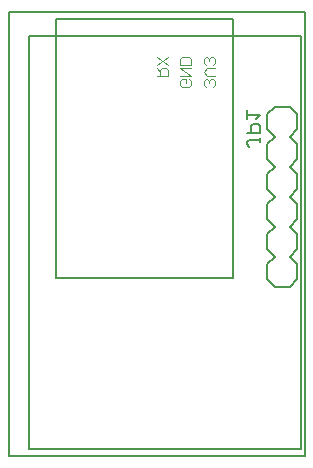
<source format=gbo>
G75*
%MOIN*%
%OFA0B0*%
%FSLAX24Y24*%
%IPPOS*%
%LPD*%
%AMOC8*
5,1,8,0,0,1.08239X$1,22.5*
%
%ADD10C,0.0080*%
%ADD11C,0.0050*%
%ADD12C,0.0030*%
D10*
X003400Y002938D02*
X013264Y002938D01*
X013264Y017732D01*
X003400Y017732D01*
X003400Y002938D01*
X012025Y008813D02*
X012275Y008563D01*
X012775Y008563D01*
X013025Y008813D01*
X013025Y009313D01*
X012775Y009563D01*
X013025Y009813D01*
X013025Y010313D01*
X012775Y010563D01*
X013025Y010813D01*
X013025Y011313D01*
X012775Y011563D01*
X013025Y011813D01*
X013025Y012313D01*
X012775Y012563D01*
X013025Y012813D01*
X013025Y013313D01*
X012775Y013563D01*
X013025Y013813D01*
X013025Y014313D01*
X012775Y014563D01*
X012275Y014563D01*
X012025Y014313D01*
X012025Y013813D01*
X012275Y013563D01*
X012025Y013313D01*
X012025Y012813D01*
X012275Y012563D01*
X012025Y012313D01*
X012025Y011813D01*
X012275Y011563D01*
X012025Y011313D01*
X012025Y010813D01*
X012275Y010563D01*
X012025Y010313D01*
X012025Y009813D01*
X012275Y009563D01*
X012025Y009313D01*
X012025Y008813D01*
D11*
X010879Y008848D02*
X004973Y008848D01*
X004973Y017509D01*
X010879Y017509D01*
X010879Y008848D01*
X011405Y013236D02*
X011330Y013311D01*
X011330Y013386D01*
X011405Y013462D01*
X011780Y013462D01*
X011780Y013537D02*
X011780Y013386D01*
X011780Y013697D02*
X011330Y013697D01*
X011480Y013697D02*
X011480Y013922D01*
X011555Y013997D01*
X011705Y013997D01*
X011780Y013922D01*
X011780Y013697D01*
X011630Y014157D02*
X011780Y014307D01*
X011330Y014307D01*
X011330Y014157D02*
X011330Y014457D01*
X013131Y016912D02*
X013131Y003172D01*
X004076Y003172D01*
X004076Y016912D01*
X013131Y016912D01*
D12*
X010274Y016160D02*
X010212Y016222D01*
X010150Y016222D01*
X010088Y016160D01*
X010027Y016222D01*
X009965Y016222D01*
X009903Y016160D01*
X009903Y016037D01*
X009965Y015975D01*
X010027Y015853D02*
X010274Y015853D01*
X010212Y015975D02*
X010274Y016037D01*
X010274Y016160D01*
X010088Y016160D02*
X010088Y016098D01*
X010027Y015853D02*
X009903Y015730D01*
X010027Y015607D01*
X010274Y015607D01*
X010212Y015485D02*
X010150Y015485D01*
X010088Y015423D01*
X010027Y015485D01*
X009965Y015485D01*
X009903Y015423D01*
X009903Y015300D01*
X009965Y015238D01*
X010088Y015362D02*
X010088Y015423D01*
X010212Y015485D02*
X010274Y015423D01*
X010274Y015300D01*
X010212Y015238D01*
X009486Y015300D02*
X009424Y015238D01*
X009178Y015238D01*
X009116Y015300D01*
X009116Y015423D01*
X009178Y015485D01*
X009301Y015485D01*
X009301Y015362D01*
X009424Y015485D02*
X009486Y015423D01*
X009486Y015300D01*
X009486Y015607D02*
X009116Y015853D01*
X009486Y015853D01*
X009486Y015975D02*
X009486Y016160D01*
X009424Y016222D01*
X009178Y016222D01*
X009116Y016160D01*
X009116Y015975D01*
X009486Y015975D01*
X009486Y015607D02*
X009116Y015607D01*
X008699Y015607D02*
X008699Y015792D01*
X008637Y015853D01*
X008514Y015853D01*
X008452Y015792D01*
X008452Y015607D01*
X008452Y015730D02*
X008328Y015853D01*
X008328Y015975D02*
X008699Y016222D01*
X008699Y015975D02*
X008328Y016222D01*
X008328Y015607D02*
X008699Y015607D01*
M02*

</source>
